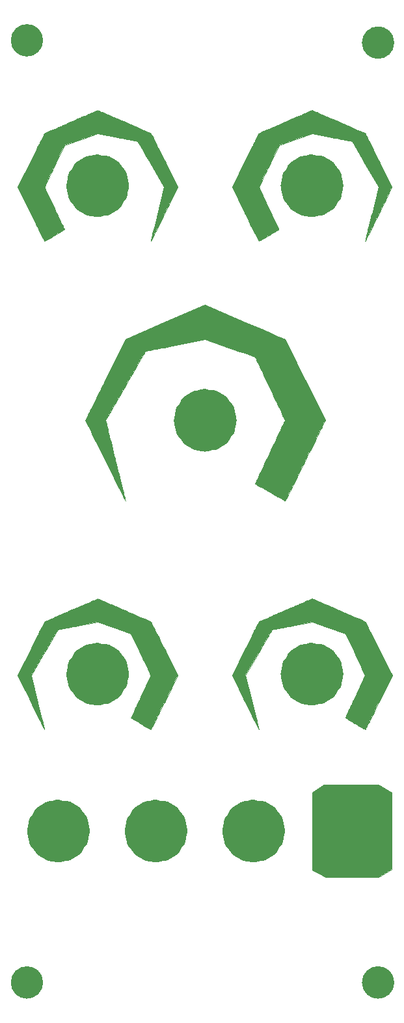
<source format=gts>
G04 #@! TF.GenerationSoftware,KiCad,Pcbnew,(6.0.9)*
G04 #@! TF.CreationDate,2022-12-13T22:51:58+01:00*
G04 #@! TF.ProjectId,filter-face,66696c74-6572-42d6-9661-63652e6b6963,rev?*
G04 #@! TF.SameCoordinates,Original*
G04 #@! TF.FileFunction,Soldermask,Top*
G04 #@! TF.FilePolarity,Negative*
%FSLAX46Y46*%
G04 Gerber Fmt 4.6, Leading zero omitted, Abs format (unit mm)*
G04 Created by KiCad (PCBNEW (6.0.9)) date 2022-12-13 22:51:58*
%MOMM*%
%LPD*%
G01*
G04 APERTURE LIST*
%ADD10C,4.104997*%
%ADD11C,2.100000*%
%ADD12C,0.010000*%
G04 APERTURE END LIST*
D10*
X38752498Y-105400000D02*
G75*
G03*
X38752498Y-105400000I-2052498J0D01*
G01*
X38752498Y-105400000D02*
G75*
G03*
X38752498Y-105400000I-2052498J0D01*
G01*
X38752498Y-41900000D02*
G75*
G03*
X38752498Y-41900000I-2052498J0D01*
G01*
X66652498Y-41900000D02*
G75*
G03*
X66652498Y-41900000I-2052498J0D01*
G01*
X52752498Y-72400000D02*
G75*
G03*
X52752498Y-72400000I-2052498J0D01*
G01*
X66652498Y-105400000D02*
G75*
G03*
X66652498Y-105400000I-2052498J0D01*
G01*
X59052498Y-125800000D02*
G75*
G03*
X59052498Y-125800000I-2052498J0D01*
G01*
X46352498Y-125800000D02*
G75*
G03*
X46352498Y-125800000I-2052498J0D01*
G01*
X33652498Y-125800000D02*
G75*
G03*
X33652498Y-125800000I-2052498J0D01*
G01*
D11*
X28550000Y-23000000D02*
G75*
G03*
X28550000Y-23000000I-1050000J0D01*
G01*
X74250000Y-23300000D02*
G75*
G03*
X74250000Y-23300000I-1050000J0D01*
G01*
X74250000Y-145500000D02*
G75*
G03*
X74250000Y-145500000I-1050000J0D01*
G01*
X28550000Y-145500000D02*
G75*
G03*
X28550000Y-145500000I-1050000J0D01*
G01*
G36*
X36709317Y-95592329D02*
G01*
X36749693Y-95608614D01*
X36825314Y-95640244D01*
X36933790Y-95686185D01*
X37072731Y-95745400D01*
X37239746Y-95816855D01*
X37432446Y-95899514D01*
X37648442Y-95992343D01*
X37885342Y-96094305D01*
X38140758Y-96204367D01*
X38412299Y-96321492D01*
X38697575Y-96444645D01*
X38994197Y-96572792D01*
X39299774Y-96704897D01*
X39611917Y-96839924D01*
X39928235Y-96976840D01*
X40246340Y-97114607D01*
X40563840Y-97252192D01*
X40878346Y-97388559D01*
X41187468Y-97522673D01*
X41488816Y-97653498D01*
X41780000Y-97780000D01*
X42058631Y-97901143D01*
X42322317Y-98015892D01*
X42568671Y-98123212D01*
X42795300Y-98222068D01*
X42999817Y-98311424D01*
X43179829Y-98390245D01*
X43332949Y-98457496D01*
X43456785Y-98512142D01*
X43548949Y-98553148D01*
X43607049Y-98579478D01*
X43628696Y-98590098D01*
X43635807Y-98602329D01*
X43661022Y-98650493D01*
X43703336Y-98733315D01*
X43761807Y-98848905D01*
X43835492Y-98995372D01*
X43923449Y-99170827D01*
X44024736Y-99373378D01*
X44138409Y-99601136D01*
X44263527Y-99852211D01*
X44399146Y-100124712D01*
X44544326Y-100416749D01*
X44698122Y-100726432D01*
X44859593Y-101051870D01*
X45027796Y-101391174D01*
X45201789Y-101742453D01*
X45380628Y-102103817D01*
X47107380Y-105594322D01*
X45376614Y-109094638D01*
X45372288Y-109103386D01*
X45149387Y-109553988D01*
X44944477Y-109967807D01*
X44756945Y-110346057D01*
X44586179Y-110689953D01*
X44431564Y-111000708D01*
X44292488Y-111279537D01*
X44168337Y-111527655D01*
X44058497Y-111746276D01*
X43962356Y-111936614D01*
X43879300Y-112099884D01*
X43808716Y-112237299D01*
X43749991Y-112350075D01*
X43702510Y-112439425D01*
X43665661Y-112506564D01*
X43638830Y-112552707D01*
X43621405Y-112579067D01*
X43612771Y-112586859D01*
X43608698Y-112585352D01*
X43572703Y-112567230D01*
X43505468Y-112530667D01*
X43410571Y-112477741D01*
X43291589Y-112410529D01*
X43152101Y-112331110D01*
X42995684Y-112241561D01*
X42825915Y-112143960D01*
X42646372Y-112040386D01*
X42460633Y-111932915D01*
X42272275Y-111823626D01*
X42084877Y-111714596D01*
X41902015Y-111607904D01*
X41727268Y-111505627D01*
X41564213Y-111409843D01*
X41416427Y-111322630D01*
X41287489Y-111246066D01*
X41180976Y-111182228D01*
X41100466Y-111133195D01*
X41049537Y-111101044D01*
X41031765Y-111087854D01*
X41038657Y-111071190D01*
X41062632Y-111018154D01*
X41102808Y-110930920D01*
X41158168Y-110811651D01*
X41227700Y-110662510D01*
X41310388Y-110485662D01*
X41405217Y-110283270D01*
X41511172Y-110057498D01*
X41627240Y-109810508D01*
X41752405Y-109544465D01*
X41885653Y-109261533D01*
X42025969Y-108963874D01*
X42172337Y-108653652D01*
X42323745Y-108333031D01*
X43615725Y-105598311D01*
X43577870Y-105514277D01*
X43570920Y-105499262D01*
X43546078Y-105446243D01*
X43504917Y-105358716D01*
X43448505Y-105238944D01*
X43377910Y-105089190D01*
X43294202Y-104911717D01*
X43198447Y-104708790D01*
X43091714Y-104482670D01*
X42975071Y-104235621D01*
X42849587Y-103969907D01*
X42716329Y-103687791D01*
X42576367Y-103391535D01*
X42430767Y-103083404D01*
X42280598Y-102765660D01*
X41021182Y-100101076D01*
X38859353Y-99353107D01*
X36697523Y-98605137D01*
X34107436Y-99103509D01*
X33793088Y-99164013D01*
X33479821Y-99224346D01*
X33180658Y-99282002D01*
X32898096Y-99336496D01*
X32634631Y-99387346D01*
X32392761Y-99434069D01*
X32174983Y-99476182D01*
X31983794Y-99513203D01*
X31821691Y-99544648D01*
X31691173Y-99570034D01*
X31594735Y-99588879D01*
X31534875Y-99600700D01*
X31514091Y-99605013D01*
X31506297Y-99618279D01*
X31478474Y-99666206D01*
X31431543Y-99747244D01*
X31366613Y-99859471D01*
X31284795Y-100000963D01*
X31187203Y-100169797D01*
X31074945Y-100364050D01*
X30949133Y-100581800D01*
X30810879Y-100821122D01*
X30661294Y-101080094D01*
X30501488Y-101356792D01*
X30332573Y-101649295D01*
X30155660Y-101955677D01*
X29971860Y-102274017D01*
X29782284Y-102602392D01*
X28053735Y-105596640D01*
X28914978Y-109079392D01*
X28926102Y-109124373D01*
X29018642Y-109498439D01*
X29108440Y-109861172D01*
X29194965Y-110210446D01*
X29277689Y-110544135D01*
X29356084Y-110860113D01*
X29429619Y-111156253D01*
X29497766Y-111430429D01*
X29559997Y-111680516D01*
X29615781Y-111904388D01*
X29664590Y-112099917D01*
X29705894Y-112264978D01*
X29739166Y-112397445D01*
X29763876Y-112495191D01*
X29779494Y-112556092D01*
X29785493Y-112578019D01*
X29787025Y-112581306D01*
X29776945Y-112593894D01*
X29774513Y-112591007D01*
X29755841Y-112558277D01*
X29720297Y-112491172D01*
X29669189Y-112392285D01*
X29603824Y-112264211D01*
X29525509Y-112109542D01*
X29435550Y-111930871D01*
X29335255Y-111730793D01*
X29225931Y-111511900D01*
X29108885Y-111276786D01*
X28985424Y-111028045D01*
X28856855Y-110768269D01*
X28831865Y-110717705D01*
X28675402Y-110401192D01*
X28506570Y-110059746D01*
X28328824Y-109700354D01*
X28145624Y-109330004D01*
X27960426Y-108955684D01*
X27776687Y-108584381D01*
X27597866Y-108223084D01*
X27427420Y-107878779D01*
X27268806Y-107558455D01*
X27125482Y-107269098D01*
X26296379Y-105595553D01*
X28023878Y-102104466D01*
X28157929Y-101833648D01*
X28333305Y-101479604D01*
X28503134Y-101137051D01*
X28666473Y-100807881D01*
X28822380Y-100493982D01*
X28969910Y-100197246D01*
X29108122Y-99919563D01*
X29236073Y-99662823D01*
X29352819Y-99428917D01*
X29457418Y-99219734D01*
X29548926Y-99037164D01*
X29626401Y-98883099D01*
X29688901Y-98759429D01*
X29735481Y-98668043D01*
X29765199Y-98610833D01*
X29777112Y-98589688D01*
X29783199Y-98586403D01*
X29823327Y-98567778D01*
X29898714Y-98533966D01*
X30006968Y-98486002D01*
X30145701Y-98424920D01*
X30312523Y-98351755D01*
X30505044Y-98267543D01*
X30720875Y-98173317D01*
X30957627Y-98070113D01*
X31212910Y-97958966D01*
X31484334Y-97840910D01*
X31769510Y-97716980D01*
X32066049Y-97588212D01*
X32371560Y-97455639D01*
X32683656Y-97320296D01*
X32999945Y-97183219D01*
X33318038Y-97045443D01*
X33635547Y-96908001D01*
X33950081Y-96771930D01*
X34259251Y-96638263D01*
X34560667Y-96508036D01*
X34851940Y-96382282D01*
X35130681Y-96262039D01*
X35394500Y-96148339D01*
X35641007Y-96042218D01*
X35867813Y-95944710D01*
X36072529Y-95856851D01*
X36252764Y-95779675D01*
X36406130Y-95714218D01*
X36530237Y-95661513D01*
X36622695Y-95622596D01*
X36681116Y-95598501D01*
X36703108Y-95590264D01*
X36709317Y-95592329D01*
G37*
D12*
X36709317Y-95592329D02*
X36749693Y-95608614D01*
X36825314Y-95640244D01*
X36933790Y-95686185D01*
X37072731Y-95745400D01*
X37239746Y-95816855D01*
X37432446Y-95899514D01*
X37648442Y-95992343D01*
X37885342Y-96094305D01*
X38140758Y-96204367D01*
X38412299Y-96321492D01*
X38697575Y-96444645D01*
X38994197Y-96572792D01*
X39299774Y-96704897D01*
X39611917Y-96839924D01*
X39928235Y-96976840D01*
X40246340Y-97114607D01*
X40563840Y-97252192D01*
X40878346Y-97388559D01*
X41187468Y-97522673D01*
X41488816Y-97653498D01*
X41780000Y-97780000D01*
X42058631Y-97901143D01*
X42322317Y-98015892D01*
X42568671Y-98123212D01*
X42795300Y-98222068D01*
X42999817Y-98311424D01*
X43179829Y-98390245D01*
X43332949Y-98457496D01*
X43456785Y-98512142D01*
X43548949Y-98553148D01*
X43607049Y-98579478D01*
X43628696Y-98590098D01*
X43635807Y-98602329D01*
X43661022Y-98650493D01*
X43703336Y-98733315D01*
X43761807Y-98848905D01*
X43835492Y-98995372D01*
X43923449Y-99170827D01*
X44024736Y-99373378D01*
X44138409Y-99601136D01*
X44263527Y-99852211D01*
X44399146Y-100124712D01*
X44544326Y-100416749D01*
X44698122Y-100726432D01*
X44859593Y-101051870D01*
X45027796Y-101391174D01*
X45201789Y-101742453D01*
X45380628Y-102103817D01*
X47107380Y-105594322D01*
X45376614Y-109094638D01*
X45372288Y-109103386D01*
X45149387Y-109553988D01*
X44944477Y-109967807D01*
X44756945Y-110346057D01*
X44586179Y-110689953D01*
X44431564Y-111000708D01*
X44292488Y-111279537D01*
X44168337Y-111527655D01*
X44058497Y-111746276D01*
X43962356Y-111936614D01*
X43879300Y-112099884D01*
X43808716Y-112237299D01*
X43749991Y-112350075D01*
X43702510Y-112439425D01*
X43665661Y-112506564D01*
X43638830Y-112552707D01*
X43621405Y-112579067D01*
X43612771Y-112586859D01*
X43608698Y-112585352D01*
X43572703Y-112567230D01*
X43505468Y-112530667D01*
X43410571Y-112477741D01*
X43291589Y-112410529D01*
X43152101Y-112331110D01*
X42995684Y-112241561D01*
X42825915Y-112143960D01*
X42646372Y-112040386D01*
X42460633Y-111932915D01*
X42272275Y-111823626D01*
X42084877Y-111714596D01*
X41902015Y-111607904D01*
X41727268Y-111505627D01*
X41564213Y-111409843D01*
X41416427Y-111322630D01*
X41287489Y-111246066D01*
X41180976Y-111182228D01*
X41100466Y-111133195D01*
X41049537Y-111101044D01*
X41031765Y-111087854D01*
X41038657Y-111071190D01*
X41062632Y-111018154D01*
X41102808Y-110930920D01*
X41158168Y-110811651D01*
X41227700Y-110662510D01*
X41310388Y-110485662D01*
X41405217Y-110283270D01*
X41511172Y-110057498D01*
X41627240Y-109810508D01*
X41752405Y-109544465D01*
X41885653Y-109261533D01*
X42025969Y-108963874D01*
X42172337Y-108653652D01*
X42323745Y-108333031D01*
X43615725Y-105598311D01*
X43577870Y-105514277D01*
X43570920Y-105499262D01*
X43546078Y-105446243D01*
X43504917Y-105358716D01*
X43448505Y-105238944D01*
X43377910Y-105089190D01*
X43294202Y-104911717D01*
X43198447Y-104708790D01*
X43091714Y-104482670D01*
X42975071Y-104235621D01*
X42849587Y-103969907D01*
X42716329Y-103687791D01*
X42576367Y-103391535D01*
X42430767Y-103083404D01*
X42280598Y-102765660D01*
X41021182Y-100101076D01*
X38859353Y-99353107D01*
X36697523Y-98605137D01*
X34107436Y-99103509D01*
X33793088Y-99164013D01*
X33479821Y-99224346D01*
X33180658Y-99282002D01*
X32898096Y-99336496D01*
X32634631Y-99387346D01*
X32392761Y-99434069D01*
X32174983Y-99476182D01*
X31983794Y-99513203D01*
X31821691Y-99544648D01*
X31691173Y-99570034D01*
X31594735Y-99588879D01*
X31534875Y-99600700D01*
X31514091Y-99605013D01*
X31506297Y-99618279D01*
X31478474Y-99666206D01*
X31431543Y-99747244D01*
X31366613Y-99859471D01*
X31284795Y-100000963D01*
X31187203Y-100169797D01*
X31074945Y-100364050D01*
X30949133Y-100581800D01*
X30810879Y-100821122D01*
X30661294Y-101080094D01*
X30501488Y-101356792D01*
X30332573Y-101649295D01*
X30155660Y-101955677D01*
X29971860Y-102274017D01*
X29782284Y-102602392D01*
X28053735Y-105596640D01*
X28914978Y-109079392D01*
X28926102Y-109124373D01*
X29018642Y-109498439D01*
X29108440Y-109861172D01*
X29194965Y-110210446D01*
X29277689Y-110544135D01*
X29356084Y-110860113D01*
X29429619Y-111156253D01*
X29497766Y-111430429D01*
X29559997Y-111680516D01*
X29615781Y-111904388D01*
X29664590Y-112099917D01*
X29705894Y-112264978D01*
X29739166Y-112397445D01*
X29763876Y-112495191D01*
X29779494Y-112556092D01*
X29785493Y-112578019D01*
X29787025Y-112581306D01*
X29776945Y-112593894D01*
X29774513Y-112591007D01*
X29755841Y-112558277D01*
X29720297Y-112491172D01*
X29669189Y-112392285D01*
X29603824Y-112264211D01*
X29525509Y-112109542D01*
X29435550Y-111930871D01*
X29335255Y-111730793D01*
X29225931Y-111511900D01*
X29108885Y-111276786D01*
X28985424Y-111028045D01*
X28856855Y-110768269D01*
X28831865Y-110717705D01*
X28675402Y-110401192D01*
X28506570Y-110059746D01*
X28328824Y-109700354D01*
X28145624Y-109330004D01*
X27960426Y-108955684D01*
X27776687Y-108584381D01*
X27597866Y-108223084D01*
X27427420Y-107878779D01*
X27268806Y-107558455D01*
X27125482Y-107269098D01*
X26296379Y-105595553D01*
X28023878Y-102104466D01*
X28157929Y-101833648D01*
X28333305Y-101479604D01*
X28503134Y-101137051D01*
X28666473Y-100807881D01*
X28822380Y-100493982D01*
X28969910Y-100197246D01*
X29108122Y-99919563D01*
X29236073Y-99662823D01*
X29352819Y-99428917D01*
X29457418Y-99219734D01*
X29548926Y-99037164D01*
X29626401Y-98883099D01*
X29688901Y-98759429D01*
X29735481Y-98668043D01*
X29765199Y-98610833D01*
X29777112Y-98589688D01*
X29783199Y-98586403D01*
X29823327Y-98567778D01*
X29898714Y-98533966D01*
X30006968Y-98486002D01*
X30145701Y-98424920D01*
X30312523Y-98351755D01*
X30505044Y-98267543D01*
X30720875Y-98173317D01*
X30957627Y-98070113D01*
X31212910Y-97958966D01*
X31484334Y-97840910D01*
X31769510Y-97716980D01*
X32066049Y-97588212D01*
X32371560Y-97455639D01*
X32683656Y-97320296D01*
X32999945Y-97183219D01*
X33318038Y-97045443D01*
X33635547Y-96908001D01*
X33950081Y-96771930D01*
X34259251Y-96638263D01*
X34560667Y-96508036D01*
X34851940Y-96382282D01*
X35130681Y-96262039D01*
X35394500Y-96148339D01*
X35641007Y-96042218D01*
X35867813Y-95944710D01*
X36072529Y-95856851D01*
X36252764Y-95779675D01*
X36406130Y-95714218D01*
X36530237Y-95661513D01*
X36622695Y-95622596D01*
X36681116Y-95598501D01*
X36703108Y-95590264D01*
X36709317Y-95592329D01*
G36*
X55905559Y-59625786D02*
G01*
X56352551Y-59819404D01*
X56789356Y-60008712D01*
X57214382Y-60193016D01*
X57626037Y-60371622D01*
X58022731Y-60543836D01*
X58402870Y-60708966D01*
X58764864Y-60866317D01*
X59107122Y-61015196D01*
X59428050Y-61154910D01*
X59726059Y-61284764D01*
X59999555Y-61404066D01*
X60246948Y-61512122D01*
X60466646Y-61608238D01*
X60657058Y-61691721D01*
X60816591Y-61761877D01*
X60943654Y-61818013D01*
X61036656Y-61859435D01*
X61094004Y-61885450D01*
X61114108Y-61895364D01*
X61114117Y-61895383D01*
X61123851Y-61915501D01*
X61151611Y-61972023D01*
X61196636Y-62063411D01*
X61258169Y-62188131D01*
X61335449Y-62344648D01*
X61427717Y-62531426D01*
X61534215Y-62746930D01*
X61654183Y-62989626D01*
X61786861Y-63257977D01*
X61931492Y-63550449D01*
X62087314Y-63865506D01*
X62253570Y-64201613D01*
X62429500Y-64557235D01*
X62614345Y-64930837D01*
X62807345Y-65320884D01*
X63007742Y-65725839D01*
X63214776Y-66144169D01*
X63427688Y-66574338D01*
X63645719Y-67014810D01*
X63710659Y-67145995D01*
X66301721Y-72380167D01*
X65999226Y-72998100D01*
X65942294Y-73114171D01*
X65870129Y-73260920D01*
X65783678Y-73436435D01*
X65683887Y-73638806D01*
X65571703Y-73866123D01*
X65448073Y-74116476D01*
X65313943Y-74387955D01*
X65170259Y-74678648D01*
X65017968Y-74986646D01*
X64858016Y-75310039D01*
X64691351Y-75646916D01*
X64518919Y-75995367D01*
X64341666Y-76353481D01*
X64160538Y-76719349D01*
X63976483Y-77091060D01*
X63790447Y-77466704D01*
X63603377Y-77844370D01*
X63416218Y-78222148D01*
X63229918Y-78598129D01*
X63045424Y-78970400D01*
X62863681Y-79337053D01*
X62685636Y-79696178D01*
X62512236Y-80045862D01*
X62344427Y-80384198D01*
X62183156Y-80709273D01*
X62029370Y-81019178D01*
X61884014Y-81312003D01*
X61748037Y-81585837D01*
X61622383Y-81838770D01*
X61508000Y-82068891D01*
X61405834Y-82274291D01*
X61316832Y-82453060D01*
X61241940Y-82603285D01*
X61182105Y-82723059D01*
X61138274Y-82810469D01*
X61111392Y-82863607D01*
X61102443Y-82880584D01*
X61083346Y-82871539D01*
X61030471Y-82843040D01*
X60946729Y-82796750D01*
X60835030Y-82734333D01*
X60698286Y-82657452D01*
X60539408Y-82567771D01*
X60361308Y-82466952D01*
X60166897Y-82356658D01*
X59959087Y-82238554D01*
X59740788Y-82114303D01*
X59514912Y-81985567D01*
X59284371Y-81854010D01*
X59052076Y-81721295D01*
X58820937Y-81589086D01*
X58593867Y-81459045D01*
X58373776Y-81332837D01*
X58163577Y-81212124D01*
X57966180Y-81098569D01*
X57784496Y-80993837D01*
X57621438Y-80899590D01*
X57479916Y-80817491D01*
X57362842Y-80749204D01*
X57273127Y-80696392D01*
X57213682Y-80660719D01*
X57187585Y-80643977D01*
X57195985Y-80624735D01*
X57221656Y-80568969D01*
X57263776Y-80478426D01*
X57321522Y-80354853D01*
X57394073Y-80199999D01*
X57480606Y-80015610D01*
X57580298Y-79803433D01*
X57692327Y-79565218D01*
X57815870Y-79302709D01*
X57950106Y-79017657D01*
X58094212Y-78711806D01*
X58247365Y-78386906D01*
X58408743Y-78044704D01*
X58577523Y-77686946D01*
X58752884Y-77315381D01*
X58934002Y-76931755D01*
X59120056Y-76537817D01*
X59130484Y-76515741D01*
X59320862Y-76112466D01*
X59505611Y-75720601D01*
X59683944Y-75341836D01*
X59855074Y-74977859D01*
X60018215Y-74630358D01*
X60172581Y-74301022D01*
X60317383Y-73991540D01*
X60451836Y-73703598D01*
X60575154Y-73438888D01*
X60686548Y-73199095D01*
X60785233Y-72985910D01*
X60870423Y-72801021D01*
X60941329Y-72646116D01*
X60997166Y-72522883D01*
X61037147Y-72433011D01*
X61060485Y-72378189D01*
X61066613Y-72360222D01*
X61056950Y-72339361D01*
X61030235Y-72282381D01*
X60987479Y-72191424D01*
X60929694Y-72068631D01*
X60857889Y-71916146D01*
X60773076Y-71736110D01*
X60676266Y-71530667D01*
X60568468Y-71301958D01*
X60450695Y-71052126D01*
X60323956Y-70783314D01*
X60189263Y-70497663D01*
X60047625Y-70197316D01*
X59900055Y-69884416D01*
X59747563Y-69561105D01*
X59591160Y-69229525D01*
X59431855Y-68891819D01*
X59270661Y-68550129D01*
X59108588Y-68206598D01*
X58946646Y-67863367D01*
X58785847Y-67522580D01*
X58627201Y-67186379D01*
X58471719Y-66856905D01*
X58320412Y-66536302D01*
X58174291Y-66226712D01*
X58034366Y-65930277D01*
X57901648Y-65649140D01*
X57777147Y-65385443D01*
X57661876Y-65141328D01*
X57556844Y-64918939D01*
X57463062Y-64720416D01*
X57381541Y-64547903D01*
X57313292Y-64403543D01*
X57259325Y-64289476D01*
X57220652Y-64207847D01*
X57198283Y-64160797D01*
X57192827Y-64149513D01*
X57172847Y-64142151D01*
X57114969Y-64121671D01*
X57021297Y-64088807D01*
X56893937Y-64044290D01*
X56734994Y-63988852D01*
X56546573Y-63923225D01*
X56330780Y-63848141D01*
X56089721Y-63764332D01*
X55825499Y-63672530D01*
X55540221Y-63573467D01*
X55235992Y-63467875D01*
X54914917Y-63356486D01*
X54579102Y-63240032D01*
X54230651Y-63119245D01*
X53945829Y-63020549D01*
X50701780Y-61896604D01*
X46818280Y-62644039D01*
X46419499Y-62720833D01*
X46031844Y-62795568D01*
X45657363Y-62867846D01*
X45298103Y-62937268D01*
X44956111Y-63003438D01*
X44633433Y-63065955D01*
X44332118Y-63124422D01*
X44054211Y-63178441D01*
X43801759Y-63227614D01*
X43576811Y-63271541D01*
X43381412Y-63309826D01*
X43217610Y-63342070D01*
X43087452Y-63367874D01*
X42992984Y-63386841D01*
X42936254Y-63398572D01*
X42919183Y-63402586D01*
X42907080Y-63421839D01*
X42874976Y-63475847D01*
X42823979Y-63562693D01*
X42755194Y-63680460D01*
X42669727Y-63827231D01*
X42568686Y-64001088D01*
X42453174Y-64200116D01*
X42324300Y-64422395D01*
X42183169Y-64666011D01*
X42030888Y-64929045D01*
X41868561Y-65209580D01*
X41697296Y-65505699D01*
X41518199Y-65815485D01*
X41332376Y-66137022D01*
X41140932Y-66468391D01*
X40944975Y-66807676D01*
X40745610Y-67152960D01*
X40543943Y-67502325D01*
X40341081Y-67853855D01*
X40138130Y-68205632D01*
X39936195Y-68555740D01*
X39736383Y-68902260D01*
X39539801Y-69243277D01*
X39347553Y-69576873D01*
X39160748Y-69901131D01*
X38980489Y-70214133D01*
X38807885Y-70513964D01*
X38644040Y-70798704D01*
X38490061Y-71066439D01*
X38347055Y-71315250D01*
X38216127Y-71543220D01*
X38098383Y-71748432D01*
X37994929Y-71928969D01*
X37906873Y-72082914D01*
X37835319Y-72208351D01*
X37781375Y-72303361D01*
X37746145Y-72366028D01*
X37730737Y-72394434D01*
X37730111Y-72395947D01*
X37735127Y-72417862D01*
X37749891Y-72479137D01*
X37773974Y-72578036D01*
X37806949Y-72712828D01*
X37848390Y-72881778D01*
X37897869Y-73083153D01*
X37954958Y-73315219D01*
X38019230Y-73576243D01*
X38090258Y-73864492D01*
X38167614Y-74178231D01*
X38250871Y-74515727D01*
X38339601Y-74875248D01*
X38433378Y-75255058D01*
X38531774Y-75653425D01*
X38634362Y-76068616D01*
X38740713Y-76498896D01*
X38850402Y-76942532D01*
X38963000Y-77397791D01*
X39022250Y-77637295D01*
X39136157Y-78097874D01*
X39247330Y-78547728D01*
X39355341Y-78985125D01*
X39459767Y-79408330D01*
X39560181Y-79815612D01*
X39656159Y-80205235D01*
X39747275Y-80575467D01*
X39833104Y-80924574D01*
X39913221Y-81250823D01*
X39987201Y-81552481D01*
X40054618Y-81827813D01*
X40115047Y-82075087D01*
X40168062Y-82292570D01*
X40213239Y-82478527D01*
X40250153Y-82631226D01*
X40278377Y-82748933D01*
X40297487Y-82829914D01*
X40307058Y-82872436D01*
X40308125Y-82878770D01*
X40298338Y-82861648D01*
X40270553Y-82808096D01*
X40225528Y-82719636D01*
X40164020Y-82597788D01*
X40086786Y-82444074D01*
X39994584Y-82260017D01*
X39888172Y-82047137D01*
X39768306Y-81806956D01*
X39635745Y-81540996D01*
X39491245Y-81250779D01*
X39335565Y-80937825D01*
X39169461Y-80603657D01*
X38993692Y-80249795D01*
X38809014Y-79877763D01*
X38616186Y-79489080D01*
X38415964Y-79085269D01*
X38209107Y-78667852D01*
X37996371Y-78238349D01*
X37778514Y-77798283D01*
X37708945Y-77657708D01*
X37489477Y-77214149D01*
X37274912Y-76780383D01*
X37066007Y-76357948D01*
X36863521Y-75948383D01*
X36668213Y-75553224D01*
X36480842Y-75174010D01*
X36302165Y-74812279D01*
X36132943Y-74469569D01*
X35973932Y-74147416D01*
X35825893Y-73847360D01*
X35689584Y-73570937D01*
X35565763Y-73319687D01*
X35455189Y-73095145D01*
X35358620Y-72898851D01*
X35276816Y-72732343D01*
X35210536Y-72597157D01*
X35160536Y-72494832D01*
X35127578Y-72426906D01*
X35112418Y-72394916D01*
X35111454Y-72392554D01*
X35120341Y-72371681D01*
X35147280Y-72314418D01*
X35191515Y-72222302D01*
X35252290Y-72096869D01*
X35328850Y-71939654D01*
X35420439Y-71752195D01*
X35526301Y-71536028D01*
X35645680Y-71292689D01*
X35777821Y-71023714D01*
X35921968Y-70730640D01*
X36077364Y-70415003D01*
X36243256Y-70078340D01*
X36418886Y-69722185D01*
X36603498Y-69348077D01*
X36796338Y-68957551D01*
X36996649Y-68552143D01*
X37203676Y-68133390D01*
X37416663Y-67702828D01*
X37634854Y-67261994D01*
X37704371Y-67121594D01*
X40301861Y-61875989D01*
X45502171Y-59624309D01*
X50702480Y-57372628D01*
X55905559Y-59625786D01*
G37*
X55905559Y-59625786D02*
X56352551Y-59819404D01*
X56789356Y-60008712D01*
X57214382Y-60193016D01*
X57626037Y-60371622D01*
X58022731Y-60543836D01*
X58402870Y-60708966D01*
X58764864Y-60866317D01*
X59107122Y-61015196D01*
X59428050Y-61154910D01*
X59726059Y-61284764D01*
X59999555Y-61404066D01*
X60246948Y-61512122D01*
X60466646Y-61608238D01*
X60657058Y-61691721D01*
X60816591Y-61761877D01*
X60943654Y-61818013D01*
X61036656Y-61859435D01*
X61094004Y-61885450D01*
X61114108Y-61895364D01*
X61114117Y-61895383D01*
X61123851Y-61915501D01*
X61151611Y-61972023D01*
X61196636Y-62063411D01*
X61258169Y-62188131D01*
X61335449Y-62344648D01*
X61427717Y-62531426D01*
X61534215Y-62746930D01*
X61654183Y-62989626D01*
X61786861Y-63257977D01*
X61931492Y-63550449D01*
X62087314Y-63865506D01*
X62253570Y-64201613D01*
X62429500Y-64557235D01*
X62614345Y-64930837D01*
X62807345Y-65320884D01*
X63007742Y-65725839D01*
X63214776Y-66144169D01*
X63427688Y-66574338D01*
X63645719Y-67014810D01*
X63710659Y-67145995D01*
X66301721Y-72380167D01*
X65999226Y-72998100D01*
X65942294Y-73114171D01*
X65870129Y-73260920D01*
X65783678Y-73436435D01*
X65683887Y-73638806D01*
X65571703Y-73866123D01*
X65448073Y-74116476D01*
X65313943Y-74387955D01*
X65170259Y-74678648D01*
X65017968Y-74986646D01*
X64858016Y-75310039D01*
X64691351Y-75646916D01*
X64518919Y-75995367D01*
X64341666Y-76353481D01*
X64160538Y-76719349D01*
X63976483Y-77091060D01*
X63790447Y-77466704D01*
X63603377Y-77844370D01*
X63416218Y-78222148D01*
X63229918Y-78598129D01*
X63045424Y-78970400D01*
X62863681Y-79337053D01*
X62685636Y-79696178D01*
X62512236Y-80045862D01*
X62344427Y-80384198D01*
X62183156Y-80709273D01*
X62029370Y-81019178D01*
X61884014Y-81312003D01*
X61748037Y-81585837D01*
X61622383Y-81838770D01*
X61508000Y-82068891D01*
X61405834Y-82274291D01*
X61316832Y-82453060D01*
X61241940Y-82603285D01*
X61182105Y-82723059D01*
X61138274Y-82810469D01*
X61111392Y-82863607D01*
X61102443Y-82880584D01*
X61083346Y-82871539D01*
X61030471Y-82843040D01*
X60946729Y-82796750D01*
X60835030Y-82734333D01*
X60698286Y-82657452D01*
X60539408Y-82567771D01*
X60361308Y-82466952D01*
X60166897Y-82356658D01*
X59959087Y-82238554D01*
X59740788Y-82114303D01*
X59514912Y-81985567D01*
X59284371Y-81854010D01*
X59052076Y-81721295D01*
X58820937Y-81589086D01*
X58593867Y-81459045D01*
X58373776Y-81332837D01*
X58163577Y-81212124D01*
X57966180Y-81098569D01*
X57784496Y-80993837D01*
X57621438Y-80899590D01*
X57479916Y-80817491D01*
X57362842Y-80749204D01*
X57273127Y-80696392D01*
X57213682Y-80660719D01*
X57187585Y-80643977D01*
X57195985Y-80624735D01*
X57221656Y-80568969D01*
X57263776Y-80478426D01*
X57321522Y-80354853D01*
X57394073Y-80199999D01*
X57480606Y-80015610D01*
X57580298Y-79803433D01*
X57692327Y-79565218D01*
X57815870Y-79302709D01*
X57950106Y-79017657D01*
X58094212Y-78711806D01*
X58247365Y-78386906D01*
X58408743Y-78044704D01*
X58577523Y-77686946D01*
X58752884Y-77315381D01*
X58934002Y-76931755D01*
X59120056Y-76537817D01*
X59130484Y-76515741D01*
X59320862Y-76112466D01*
X59505611Y-75720601D01*
X59683944Y-75341836D01*
X59855074Y-74977859D01*
X60018215Y-74630358D01*
X60172581Y-74301022D01*
X60317383Y-73991540D01*
X60451836Y-73703598D01*
X60575154Y-73438888D01*
X60686548Y-73199095D01*
X60785233Y-72985910D01*
X60870423Y-72801021D01*
X60941329Y-72646116D01*
X60997166Y-72522883D01*
X61037147Y-72433011D01*
X61060485Y-72378189D01*
X61066613Y-72360222D01*
X61056950Y-72339361D01*
X61030235Y-72282381D01*
X60987479Y-72191424D01*
X60929694Y-72068631D01*
X60857889Y-71916146D01*
X60773076Y-71736110D01*
X60676266Y-71530667D01*
X60568468Y-71301958D01*
X60450695Y-71052126D01*
X60323956Y-70783314D01*
X60189263Y-70497663D01*
X60047625Y-70197316D01*
X59900055Y-69884416D01*
X59747563Y-69561105D01*
X59591160Y-69229525D01*
X59431855Y-68891819D01*
X59270661Y-68550129D01*
X59108588Y-68206598D01*
X58946646Y-67863367D01*
X58785847Y-67522580D01*
X58627201Y-67186379D01*
X58471719Y-66856905D01*
X58320412Y-66536302D01*
X58174291Y-66226712D01*
X58034366Y-65930277D01*
X57901648Y-65649140D01*
X57777147Y-65385443D01*
X57661876Y-65141328D01*
X57556844Y-64918939D01*
X57463062Y-64720416D01*
X57381541Y-64547903D01*
X57313292Y-64403543D01*
X57259325Y-64289476D01*
X57220652Y-64207847D01*
X57198283Y-64160797D01*
X57192827Y-64149513D01*
X57172847Y-64142151D01*
X57114969Y-64121671D01*
X57021297Y-64088807D01*
X56893937Y-64044290D01*
X56734994Y-63988852D01*
X56546573Y-63923225D01*
X56330780Y-63848141D01*
X56089721Y-63764332D01*
X55825499Y-63672530D01*
X55540221Y-63573467D01*
X55235992Y-63467875D01*
X54914917Y-63356486D01*
X54579102Y-63240032D01*
X54230651Y-63119245D01*
X53945829Y-63020549D01*
X50701780Y-61896604D01*
X46818280Y-62644039D01*
X46419499Y-62720833D01*
X46031844Y-62795568D01*
X45657363Y-62867846D01*
X45298103Y-62937268D01*
X44956111Y-63003438D01*
X44633433Y-63065955D01*
X44332118Y-63124422D01*
X44054211Y-63178441D01*
X43801759Y-63227614D01*
X43576811Y-63271541D01*
X43381412Y-63309826D01*
X43217610Y-63342070D01*
X43087452Y-63367874D01*
X42992984Y-63386841D01*
X42936254Y-63398572D01*
X42919183Y-63402586D01*
X42907080Y-63421839D01*
X42874976Y-63475847D01*
X42823979Y-63562693D01*
X42755194Y-63680460D01*
X42669727Y-63827231D01*
X42568686Y-64001088D01*
X42453174Y-64200116D01*
X42324300Y-64422395D01*
X42183169Y-64666011D01*
X42030888Y-64929045D01*
X41868561Y-65209580D01*
X41697296Y-65505699D01*
X41518199Y-65815485D01*
X41332376Y-66137022D01*
X41140932Y-66468391D01*
X40944975Y-66807676D01*
X40745610Y-67152960D01*
X40543943Y-67502325D01*
X40341081Y-67853855D01*
X40138130Y-68205632D01*
X39936195Y-68555740D01*
X39736383Y-68902260D01*
X39539801Y-69243277D01*
X39347553Y-69576873D01*
X39160748Y-69901131D01*
X38980489Y-70214133D01*
X38807885Y-70513964D01*
X38644040Y-70798704D01*
X38490061Y-71066439D01*
X38347055Y-71315250D01*
X38216127Y-71543220D01*
X38098383Y-71748432D01*
X37994929Y-71928969D01*
X37906873Y-72082914D01*
X37835319Y-72208351D01*
X37781375Y-72303361D01*
X37746145Y-72366028D01*
X37730737Y-72394434D01*
X37730111Y-72395947D01*
X37735127Y-72417862D01*
X37749891Y-72479137D01*
X37773974Y-72578036D01*
X37806949Y-72712828D01*
X37848390Y-72881778D01*
X37897869Y-73083153D01*
X37954958Y-73315219D01*
X38019230Y-73576243D01*
X38090258Y-73864492D01*
X38167614Y-74178231D01*
X38250871Y-74515727D01*
X38339601Y-74875248D01*
X38433378Y-75255058D01*
X38531774Y-75653425D01*
X38634362Y-76068616D01*
X38740713Y-76498896D01*
X38850402Y-76942532D01*
X38963000Y-77397791D01*
X39022250Y-77637295D01*
X39136157Y-78097874D01*
X39247330Y-78547728D01*
X39355341Y-78985125D01*
X39459767Y-79408330D01*
X39560181Y-79815612D01*
X39656159Y-80205235D01*
X39747275Y-80575467D01*
X39833104Y-80924574D01*
X39913221Y-81250823D01*
X39987201Y-81552481D01*
X40054618Y-81827813D01*
X40115047Y-82075087D01*
X40168062Y-82292570D01*
X40213239Y-82478527D01*
X40250153Y-82631226D01*
X40278377Y-82748933D01*
X40297487Y-82829914D01*
X40307058Y-82872436D01*
X40308125Y-82878770D01*
X40298338Y-82861648D01*
X40270553Y-82808096D01*
X40225528Y-82719636D01*
X40164020Y-82597788D01*
X40086786Y-82444074D01*
X39994584Y-82260017D01*
X39888172Y-82047137D01*
X39768306Y-81806956D01*
X39635745Y-81540996D01*
X39491245Y-81250779D01*
X39335565Y-80937825D01*
X39169461Y-80603657D01*
X38993692Y-80249795D01*
X38809014Y-79877763D01*
X38616186Y-79489080D01*
X38415964Y-79085269D01*
X38209107Y-78667852D01*
X37996371Y-78238349D01*
X37778514Y-77798283D01*
X37708945Y-77657708D01*
X37489477Y-77214149D01*
X37274912Y-76780383D01*
X37066007Y-76357948D01*
X36863521Y-75948383D01*
X36668213Y-75553224D01*
X36480842Y-75174010D01*
X36302165Y-74812279D01*
X36132943Y-74469569D01*
X35973932Y-74147416D01*
X35825893Y-73847360D01*
X35689584Y-73570937D01*
X35565763Y-73319687D01*
X35455189Y-73095145D01*
X35358620Y-72898851D01*
X35276816Y-72732343D01*
X35210536Y-72597157D01*
X35160536Y-72494832D01*
X35127578Y-72426906D01*
X35112418Y-72394916D01*
X35111454Y-72392554D01*
X35120341Y-72371681D01*
X35147280Y-72314418D01*
X35191515Y-72222302D01*
X35252290Y-72096869D01*
X35328850Y-71939654D01*
X35420439Y-71752195D01*
X35526301Y-71536028D01*
X35645680Y-71292689D01*
X35777821Y-71023714D01*
X35921968Y-70730640D01*
X36077364Y-70415003D01*
X36243256Y-70078340D01*
X36418886Y-69722185D01*
X36603498Y-69348077D01*
X36796338Y-68957551D01*
X36996649Y-68552143D01*
X37203676Y-68133390D01*
X37416663Y-67702828D01*
X37634854Y-67261994D01*
X37704371Y-67121594D01*
X40301861Y-61875989D01*
X45502171Y-59624309D01*
X50702480Y-57372628D01*
X55905559Y-59625786D01*
G36*
X64609317Y-95592329D02*
G01*
X64649693Y-95608614D01*
X64725314Y-95640244D01*
X64833790Y-95686185D01*
X64972731Y-95745400D01*
X65139746Y-95816855D01*
X65332446Y-95899514D01*
X65548442Y-95992343D01*
X65785342Y-96094305D01*
X66040758Y-96204367D01*
X66312299Y-96321492D01*
X66597575Y-96444645D01*
X66894197Y-96572792D01*
X67199774Y-96704897D01*
X67511917Y-96839924D01*
X67828235Y-96976840D01*
X68146340Y-97114607D01*
X68463840Y-97252192D01*
X68778346Y-97388559D01*
X69087468Y-97522673D01*
X69388816Y-97653498D01*
X69680000Y-97780000D01*
X69958631Y-97901143D01*
X70222317Y-98015892D01*
X70468671Y-98123212D01*
X70695300Y-98222068D01*
X70899817Y-98311424D01*
X71079829Y-98390245D01*
X71232949Y-98457496D01*
X71356785Y-98512142D01*
X71448949Y-98553148D01*
X71507049Y-98579478D01*
X71528696Y-98590098D01*
X71535807Y-98602329D01*
X71561022Y-98650493D01*
X71603336Y-98733315D01*
X71661807Y-98848905D01*
X71735492Y-98995372D01*
X71823449Y-99170827D01*
X71924736Y-99373378D01*
X72038409Y-99601136D01*
X72163527Y-99852211D01*
X72299146Y-100124712D01*
X72444326Y-100416749D01*
X72598122Y-100726432D01*
X72759593Y-101051870D01*
X72927796Y-101391174D01*
X73101789Y-101742453D01*
X73280628Y-102103817D01*
X75007380Y-105594322D01*
X73276614Y-109094638D01*
X73272288Y-109103386D01*
X73049387Y-109553988D01*
X72844477Y-109967807D01*
X72656945Y-110346057D01*
X72486179Y-110689953D01*
X72331564Y-111000708D01*
X72192488Y-111279537D01*
X72068337Y-111527655D01*
X71958497Y-111746276D01*
X71862356Y-111936614D01*
X71779300Y-112099884D01*
X71708716Y-112237299D01*
X71649991Y-112350075D01*
X71602510Y-112439425D01*
X71565661Y-112506564D01*
X71538830Y-112552707D01*
X71521405Y-112579067D01*
X71512771Y-112586859D01*
X71508698Y-112585352D01*
X71472703Y-112567230D01*
X71405468Y-112530667D01*
X71310571Y-112477741D01*
X71191589Y-112410529D01*
X71052101Y-112331110D01*
X70895684Y-112241561D01*
X70725915Y-112143960D01*
X70546372Y-112040386D01*
X70360633Y-111932915D01*
X70172275Y-111823626D01*
X69984877Y-111714596D01*
X69802015Y-111607904D01*
X69627268Y-111505627D01*
X69464213Y-111409843D01*
X69316427Y-111322630D01*
X69187489Y-111246066D01*
X69080976Y-111182228D01*
X69000466Y-111133195D01*
X68949537Y-111101044D01*
X68931765Y-111087854D01*
X68938657Y-111071190D01*
X68962632Y-111018154D01*
X69002808Y-110930920D01*
X69058168Y-110811651D01*
X69127700Y-110662510D01*
X69210388Y-110485662D01*
X69305217Y-110283270D01*
X69411172Y-110057498D01*
X69527240Y-109810508D01*
X69652405Y-109544465D01*
X69785653Y-109261533D01*
X69925969Y-108963874D01*
X70072337Y-108653652D01*
X70223745Y-108333031D01*
X71515725Y-105598311D01*
X71477870Y-105514277D01*
X71470920Y-105499262D01*
X71446078Y-105446243D01*
X71404917Y-105358716D01*
X71348505Y-105238944D01*
X71277910Y-105089190D01*
X71194202Y-104911717D01*
X71098447Y-104708790D01*
X70991714Y-104482670D01*
X70875071Y-104235621D01*
X70749587Y-103969907D01*
X70616329Y-103687791D01*
X70476367Y-103391535D01*
X70330767Y-103083404D01*
X70180598Y-102765660D01*
X68921182Y-100101076D01*
X66759353Y-99353107D01*
X64597523Y-98605137D01*
X62007436Y-99103509D01*
X61693088Y-99164013D01*
X61379821Y-99224346D01*
X61080658Y-99282002D01*
X60798096Y-99336496D01*
X60534631Y-99387346D01*
X60292761Y-99434069D01*
X60074983Y-99476182D01*
X59883794Y-99513203D01*
X59721691Y-99544648D01*
X59591173Y-99570034D01*
X59494735Y-99588879D01*
X59434875Y-99600700D01*
X59414091Y-99605013D01*
X59406297Y-99618279D01*
X59378474Y-99666206D01*
X59331543Y-99747244D01*
X59266613Y-99859471D01*
X59184795Y-100000963D01*
X59087203Y-100169797D01*
X58974945Y-100364050D01*
X58849133Y-100581800D01*
X58710879Y-100821122D01*
X58561294Y-101080094D01*
X58401488Y-101356792D01*
X58232573Y-101649295D01*
X58055660Y-101955677D01*
X57871860Y-102274017D01*
X57682284Y-102602392D01*
X55953735Y-105596640D01*
X56814978Y-109079392D01*
X56826102Y-109124373D01*
X56918642Y-109498439D01*
X57008440Y-109861172D01*
X57094965Y-110210446D01*
X57177689Y-110544135D01*
X57256084Y-110860113D01*
X57329619Y-111156253D01*
X57397766Y-111430429D01*
X57459997Y-111680516D01*
X57515781Y-111904388D01*
X57564590Y-112099917D01*
X57605894Y-112264978D01*
X57639166Y-112397445D01*
X57663876Y-112495191D01*
X57679494Y-112556092D01*
X57685493Y-112578019D01*
X57687025Y-112581306D01*
X57676945Y-112593894D01*
X57674513Y-112591007D01*
X57655841Y-112558277D01*
X57620297Y-112491172D01*
X57569189Y-112392285D01*
X57503824Y-112264211D01*
X57425509Y-112109542D01*
X57335550Y-111930871D01*
X57235255Y-111730793D01*
X57125931Y-111511900D01*
X57008885Y-111276786D01*
X56885424Y-111028045D01*
X56756855Y-110768269D01*
X56731865Y-110717705D01*
X56575402Y-110401192D01*
X56406570Y-110059746D01*
X56228824Y-109700354D01*
X56045624Y-109330004D01*
X55860426Y-108955684D01*
X55676687Y-108584381D01*
X55497866Y-108223084D01*
X55327420Y-107878779D01*
X55168806Y-107558455D01*
X55025482Y-107269098D01*
X54196379Y-105595553D01*
X55923878Y-102104466D01*
X56057929Y-101833648D01*
X56233305Y-101479604D01*
X56403134Y-101137051D01*
X56566473Y-100807881D01*
X56722380Y-100493982D01*
X56869910Y-100197246D01*
X57008122Y-99919563D01*
X57136073Y-99662823D01*
X57252819Y-99428917D01*
X57357418Y-99219734D01*
X57448926Y-99037164D01*
X57526401Y-98883099D01*
X57588901Y-98759429D01*
X57635481Y-98668043D01*
X57665199Y-98610833D01*
X57677112Y-98589688D01*
X57683199Y-98586403D01*
X57723327Y-98567778D01*
X57798714Y-98533966D01*
X57906968Y-98486002D01*
X58045701Y-98424920D01*
X58212523Y-98351755D01*
X58405044Y-98267543D01*
X58620875Y-98173317D01*
X58857627Y-98070113D01*
X59112910Y-97958966D01*
X59384334Y-97840910D01*
X59669510Y-97716980D01*
X59966049Y-97588212D01*
X60271560Y-97455639D01*
X60583656Y-97320296D01*
X60899945Y-97183219D01*
X61218038Y-97045443D01*
X61535547Y-96908001D01*
X61850081Y-96771930D01*
X62159251Y-96638263D01*
X62460667Y-96508036D01*
X62751940Y-96382282D01*
X63030681Y-96262039D01*
X63294500Y-96148339D01*
X63541007Y-96042218D01*
X63767813Y-95944710D01*
X63972529Y-95856851D01*
X64152764Y-95779675D01*
X64306130Y-95714218D01*
X64430237Y-95661513D01*
X64522695Y-95622596D01*
X64581116Y-95598501D01*
X64603108Y-95590264D01*
X64609317Y-95592329D01*
G37*
X64609317Y-95592329D02*
X64649693Y-95608614D01*
X64725314Y-95640244D01*
X64833790Y-95686185D01*
X64972731Y-95745400D01*
X65139746Y-95816855D01*
X65332446Y-95899514D01*
X65548442Y-95992343D01*
X65785342Y-96094305D01*
X66040758Y-96204367D01*
X66312299Y-96321492D01*
X66597575Y-96444645D01*
X66894197Y-96572792D01*
X67199774Y-96704897D01*
X67511917Y-96839924D01*
X67828235Y-96976840D01*
X68146340Y-97114607D01*
X68463840Y-97252192D01*
X68778346Y-97388559D01*
X69087468Y-97522673D01*
X69388816Y-97653498D01*
X69680000Y-97780000D01*
X69958631Y-97901143D01*
X70222317Y-98015892D01*
X70468671Y-98123212D01*
X70695300Y-98222068D01*
X70899817Y-98311424D01*
X71079829Y-98390245D01*
X71232949Y-98457496D01*
X71356785Y-98512142D01*
X71448949Y-98553148D01*
X71507049Y-98579478D01*
X71528696Y-98590098D01*
X71535807Y-98602329D01*
X71561022Y-98650493D01*
X71603336Y-98733315D01*
X71661807Y-98848905D01*
X71735492Y-98995372D01*
X71823449Y-99170827D01*
X71924736Y-99373378D01*
X72038409Y-99601136D01*
X72163527Y-99852211D01*
X72299146Y-100124712D01*
X72444326Y-100416749D01*
X72598122Y-100726432D01*
X72759593Y-101051870D01*
X72927796Y-101391174D01*
X73101789Y-101742453D01*
X73280628Y-102103817D01*
X75007380Y-105594322D01*
X73276614Y-109094638D01*
X73272288Y-109103386D01*
X73049387Y-109553988D01*
X72844477Y-109967807D01*
X72656945Y-110346057D01*
X72486179Y-110689953D01*
X72331564Y-111000708D01*
X72192488Y-111279537D01*
X72068337Y-111527655D01*
X71958497Y-111746276D01*
X71862356Y-111936614D01*
X71779300Y-112099884D01*
X71708716Y-112237299D01*
X71649991Y-112350075D01*
X71602510Y-112439425D01*
X71565661Y-112506564D01*
X71538830Y-112552707D01*
X71521405Y-112579067D01*
X71512771Y-112586859D01*
X71508698Y-112585352D01*
X71472703Y-112567230D01*
X71405468Y-112530667D01*
X71310571Y-112477741D01*
X71191589Y-112410529D01*
X71052101Y-112331110D01*
X70895684Y-112241561D01*
X70725915Y-112143960D01*
X70546372Y-112040386D01*
X70360633Y-111932915D01*
X70172275Y-111823626D01*
X69984877Y-111714596D01*
X69802015Y-111607904D01*
X69627268Y-111505627D01*
X69464213Y-111409843D01*
X69316427Y-111322630D01*
X69187489Y-111246066D01*
X69080976Y-111182228D01*
X69000466Y-111133195D01*
X68949537Y-111101044D01*
X68931765Y-111087854D01*
X68938657Y-111071190D01*
X68962632Y-111018154D01*
X69002808Y-110930920D01*
X69058168Y-110811651D01*
X69127700Y-110662510D01*
X69210388Y-110485662D01*
X69305217Y-110283270D01*
X69411172Y-110057498D01*
X69527240Y-109810508D01*
X69652405Y-109544465D01*
X69785653Y-109261533D01*
X69925969Y-108963874D01*
X70072337Y-108653652D01*
X70223745Y-108333031D01*
X71515725Y-105598311D01*
X71477870Y-105514277D01*
X71470920Y-105499262D01*
X71446078Y-105446243D01*
X71404917Y-105358716D01*
X71348505Y-105238944D01*
X71277910Y-105089190D01*
X71194202Y-104911717D01*
X71098447Y-104708790D01*
X70991714Y-104482670D01*
X70875071Y-104235621D01*
X70749587Y-103969907D01*
X70616329Y-103687791D01*
X70476367Y-103391535D01*
X70330767Y-103083404D01*
X70180598Y-102765660D01*
X68921182Y-100101076D01*
X66759353Y-99353107D01*
X64597523Y-98605137D01*
X62007436Y-99103509D01*
X61693088Y-99164013D01*
X61379821Y-99224346D01*
X61080658Y-99282002D01*
X60798096Y-99336496D01*
X60534631Y-99387346D01*
X60292761Y-99434069D01*
X60074983Y-99476182D01*
X59883794Y-99513203D01*
X59721691Y-99544648D01*
X59591173Y-99570034D01*
X59494735Y-99588879D01*
X59434875Y-99600700D01*
X59414091Y-99605013D01*
X59406297Y-99618279D01*
X59378474Y-99666206D01*
X59331543Y-99747244D01*
X59266613Y-99859471D01*
X59184795Y-100000963D01*
X59087203Y-100169797D01*
X58974945Y-100364050D01*
X58849133Y-100581800D01*
X58710879Y-100821122D01*
X58561294Y-101080094D01*
X58401488Y-101356792D01*
X58232573Y-101649295D01*
X58055660Y-101955677D01*
X57871860Y-102274017D01*
X57682284Y-102602392D01*
X55953735Y-105596640D01*
X56814978Y-109079392D01*
X56826102Y-109124373D01*
X56918642Y-109498439D01*
X57008440Y-109861172D01*
X57094965Y-110210446D01*
X57177689Y-110544135D01*
X57256084Y-110860113D01*
X57329619Y-111156253D01*
X57397766Y-111430429D01*
X57459997Y-111680516D01*
X57515781Y-111904388D01*
X57564590Y-112099917D01*
X57605894Y-112264978D01*
X57639166Y-112397445D01*
X57663876Y-112495191D01*
X57679494Y-112556092D01*
X57685493Y-112578019D01*
X57687025Y-112581306D01*
X57676945Y-112593894D01*
X57674513Y-112591007D01*
X57655841Y-112558277D01*
X57620297Y-112491172D01*
X57569189Y-112392285D01*
X57503824Y-112264211D01*
X57425509Y-112109542D01*
X57335550Y-111930871D01*
X57235255Y-111730793D01*
X57125931Y-111511900D01*
X57008885Y-111276786D01*
X56885424Y-111028045D01*
X56756855Y-110768269D01*
X56731865Y-110717705D01*
X56575402Y-110401192D01*
X56406570Y-110059746D01*
X56228824Y-109700354D01*
X56045624Y-109330004D01*
X55860426Y-108955684D01*
X55676687Y-108584381D01*
X55497866Y-108223084D01*
X55327420Y-107878779D01*
X55168806Y-107558455D01*
X55025482Y-107269098D01*
X54196379Y-105595553D01*
X55923878Y-102104466D01*
X56057929Y-101833648D01*
X56233305Y-101479604D01*
X56403134Y-101137051D01*
X56566473Y-100807881D01*
X56722380Y-100493982D01*
X56869910Y-100197246D01*
X57008122Y-99919563D01*
X57136073Y-99662823D01*
X57252819Y-99428917D01*
X57357418Y-99219734D01*
X57448926Y-99037164D01*
X57526401Y-98883099D01*
X57588901Y-98759429D01*
X57635481Y-98668043D01*
X57665199Y-98610833D01*
X57677112Y-98589688D01*
X57683199Y-98586403D01*
X57723327Y-98567778D01*
X57798714Y-98533966D01*
X57906968Y-98486002D01*
X58045701Y-98424920D01*
X58212523Y-98351755D01*
X58405044Y-98267543D01*
X58620875Y-98173317D01*
X58857627Y-98070113D01*
X59112910Y-97958966D01*
X59384334Y-97840910D01*
X59669510Y-97716980D01*
X59966049Y-97588212D01*
X60271560Y-97455639D01*
X60583656Y-97320296D01*
X60899945Y-97183219D01*
X61218038Y-97045443D01*
X61535547Y-96908001D01*
X61850081Y-96771930D01*
X62159251Y-96638263D01*
X62460667Y-96508036D01*
X62751940Y-96382282D01*
X63030681Y-96262039D01*
X63294500Y-96148339D01*
X63541007Y-96042218D01*
X63767813Y-95944710D01*
X63972529Y-95856851D01*
X64152764Y-95779675D01*
X64306130Y-95714218D01*
X64430237Y-95661513D01*
X64522695Y-95622596D01*
X64581116Y-95598501D01*
X64603108Y-95590264D01*
X64609317Y-95592329D01*
G36*
X64618884Y-32098501D02*
G01*
X64677305Y-32122596D01*
X64769763Y-32161513D01*
X64893870Y-32214218D01*
X65047236Y-32279675D01*
X65227471Y-32356851D01*
X65432187Y-32444710D01*
X65658993Y-32542218D01*
X65905500Y-32648339D01*
X66169319Y-32762039D01*
X66448060Y-32882282D01*
X66739333Y-33008036D01*
X67040749Y-33138263D01*
X67349919Y-33271930D01*
X67664453Y-33408001D01*
X67981962Y-33545443D01*
X68300055Y-33683219D01*
X68616344Y-33820296D01*
X68928440Y-33955639D01*
X69233951Y-34088212D01*
X69530490Y-34216980D01*
X69815666Y-34340910D01*
X70087090Y-34458966D01*
X70342373Y-34570113D01*
X70579125Y-34673317D01*
X70794956Y-34767543D01*
X70987477Y-34851755D01*
X71154299Y-34924920D01*
X71293032Y-34986002D01*
X71401286Y-35033966D01*
X71476673Y-35067778D01*
X71516801Y-35086403D01*
X71522888Y-35089688D01*
X71534801Y-35110833D01*
X71564519Y-35168043D01*
X71611099Y-35259429D01*
X71673599Y-35383099D01*
X71751074Y-35537164D01*
X71842582Y-35719734D01*
X71947181Y-35928917D01*
X72063927Y-36162823D01*
X72191878Y-36419563D01*
X72330090Y-36697246D01*
X72477620Y-36993982D01*
X72633527Y-37307881D01*
X72796866Y-37637051D01*
X72966695Y-37979604D01*
X73142071Y-38333648D01*
X73276122Y-38604466D01*
X75003621Y-42095553D01*
X74174518Y-43769098D01*
X74031194Y-44058455D01*
X73872580Y-44378779D01*
X73702134Y-44723084D01*
X73523313Y-45084381D01*
X73339574Y-45455684D01*
X73154376Y-45830004D01*
X72971176Y-46200354D01*
X72793430Y-46559746D01*
X72624598Y-46901192D01*
X72468135Y-47217705D01*
X72443145Y-47268269D01*
X72314576Y-47528045D01*
X72191115Y-47776786D01*
X72074069Y-48011900D01*
X71964745Y-48230793D01*
X71864450Y-48430871D01*
X71774491Y-48609542D01*
X71696176Y-48764211D01*
X71630811Y-48892285D01*
X71579703Y-48991172D01*
X71544159Y-49058277D01*
X71525487Y-49091007D01*
X71523055Y-49093894D01*
X71512975Y-49081306D01*
X71514507Y-49078019D01*
X71520506Y-49056092D01*
X71536124Y-48995191D01*
X71560834Y-48897445D01*
X71594106Y-48764978D01*
X71635410Y-48599917D01*
X71684219Y-48404388D01*
X71740003Y-48180516D01*
X71802234Y-47930429D01*
X71870381Y-47656253D01*
X71943916Y-47360113D01*
X72022311Y-47044135D01*
X72105035Y-46710446D01*
X72191560Y-46361172D01*
X72281358Y-45998439D01*
X72373898Y-45624373D01*
X72385022Y-45579392D01*
X73246265Y-42096640D01*
X71517716Y-39102392D01*
X71328140Y-38774017D01*
X71144340Y-38455677D01*
X70967427Y-38149295D01*
X70798512Y-37856792D01*
X70638706Y-37580094D01*
X70489121Y-37321122D01*
X70350867Y-37081800D01*
X70225055Y-36864050D01*
X70112797Y-36669797D01*
X70015205Y-36500963D01*
X69933387Y-36359471D01*
X69868457Y-36247244D01*
X69821526Y-36166206D01*
X69793703Y-36118279D01*
X69785909Y-36105013D01*
X69765125Y-36100700D01*
X69705265Y-36088879D01*
X69608827Y-36070034D01*
X69478309Y-36044648D01*
X69316206Y-36013203D01*
X69125017Y-35976182D01*
X68907239Y-35934069D01*
X68665369Y-35887346D01*
X68401904Y-35836496D01*
X68119342Y-35782002D01*
X67820179Y-35724346D01*
X67506912Y-35664013D01*
X67192564Y-35603509D01*
X64602477Y-35105137D01*
X62440647Y-35853107D01*
X60278818Y-36601076D01*
X59019402Y-39265660D01*
X58869233Y-39583404D01*
X58723633Y-39891535D01*
X58583671Y-40187791D01*
X58450413Y-40469907D01*
X58324929Y-40735621D01*
X58208286Y-40982670D01*
X58101553Y-41208790D01*
X58005798Y-41411717D01*
X57922090Y-41589190D01*
X57851495Y-41738944D01*
X57795083Y-41858716D01*
X57753922Y-41946243D01*
X57729080Y-41999262D01*
X57722130Y-42014277D01*
X57684275Y-42098311D01*
X58976255Y-44833031D01*
X59127663Y-45153652D01*
X59274031Y-45463874D01*
X59414347Y-45761533D01*
X59547595Y-46044465D01*
X59672760Y-46310508D01*
X59788828Y-46557498D01*
X59894783Y-46783270D01*
X59989612Y-46985662D01*
X60072300Y-47162510D01*
X60141832Y-47311651D01*
X60197192Y-47430920D01*
X60237368Y-47518154D01*
X60261343Y-47571190D01*
X60268235Y-47587854D01*
X60250463Y-47601044D01*
X60199534Y-47633195D01*
X60119024Y-47682228D01*
X60012511Y-47746066D01*
X59883573Y-47822630D01*
X59735787Y-47909843D01*
X59572732Y-48005627D01*
X59397985Y-48107904D01*
X59215123Y-48214596D01*
X59027725Y-48323626D01*
X58839367Y-48432915D01*
X58653628Y-48540386D01*
X58474085Y-48643960D01*
X58304316Y-48741561D01*
X58147899Y-48831110D01*
X58008411Y-48910529D01*
X57889429Y-48977741D01*
X57794532Y-49030667D01*
X57727297Y-49067230D01*
X57691302Y-49085352D01*
X57687229Y-49086859D01*
X57678595Y-49079067D01*
X57661170Y-49052707D01*
X57634339Y-49006564D01*
X57597490Y-48939425D01*
X57550009Y-48850075D01*
X57491284Y-48737299D01*
X57420700Y-48599884D01*
X57337644Y-48436614D01*
X57241503Y-48246276D01*
X57131663Y-48027655D01*
X57007512Y-47779537D01*
X56868436Y-47500708D01*
X56713821Y-47189953D01*
X56543055Y-46846057D01*
X56355523Y-46467807D01*
X56150613Y-46053988D01*
X55927712Y-45603386D01*
X55923386Y-45594638D01*
X54192620Y-42094322D01*
X55919372Y-38603817D01*
X56098211Y-38242453D01*
X56272204Y-37891174D01*
X56440407Y-37551870D01*
X56601878Y-37226432D01*
X56755674Y-36916749D01*
X56900854Y-36624712D01*
X57036473Y-36352211D01*
X57161591Y-36101136D01*
X57275264Y-35873378D01*
X57376551Y-35670827D01*
X57464508Y-35495372D01*
X57538193Y-35348905D01*
X57596664Y-35233315D01*
X57638978Y-35150493D01*
X57664193Y-35102329D01*
X57671304Y-35090098D01*
X57692951Y-35079478D01*
X57751051Y-35053148D01*
X57843215Y-35012142D01*
X57967051Y-34957496D01*
X58120171Y-34890245D01*
X58300183Y-34811424D01*
X58504700Y-34722068D01*
X58731329Y-34623212D01*
X58977683Y-34515892D01*
X59241369Y-34401143D01*
X59520000Y-34280000D01*
X59811184Y-34153498D01*
X60112532Y-34022673D01*
X60421654Y-33888559D01*
X60736160Y-33752192D01*
X61053660Y-33614607D01*
X61371765Y-33476840D01*
X61688083Y-33339924D01*
X62000226Y-33204897D01*
X62305803Y-33072792D01*
X62602425Y-32944645D01*
X62887701Y-32821492D01*
X63159242Y-32704367D01*
X63414658Y-32594305D01*
X63651558Y-32492343D01*
X63867554Y-32399514D01*
X64060254Y-32316855D01*
X64227269Y-32245400D01*
X64366210Y-32186185D01*
X64474686Y-32140244D01*
X64550307Y-32108614D01*
X64590683Y-32092329D01*
X64596892Y-32090264D01*
X64618884Y-32098501D01*
G37*
X64618884Y-32098501D02*
X64677305Y-32122596D01*
X64769763Y-32161513D01*
X64893870Y-32214218D01*
X65047236Y-32279675D01*
X65227471Y-32356851D01*
X65432187Y-32444710D01*
X65658993Y-32542218D01*
X65905500Y-32648339D01*
X66169319Y-32762039D01*
X66448060Y-32882282D01*
X66739333Y-33008036D01*
X67040749Y-33138263D01*
X67349919Y-33271930D01*
X67664453Y-33408001D01*
X67981962Y-33545443D01*
X68300055Y-33683219D01*
X68616344Y-33820296D01*
X68928440Y-33955639D01*
X69233951Y-34088212D01*
X69530490Y-34216980D01*
X69815666Y-34340910D01*
X70087090Y-34458966D01*
X70342373Y-34570113D01*
X70579125Y-34673317D01*
X70794956Y-34767543D01*
X70987477Y-34851755D01*
X71154299Y-34924920D01*
X71293032Y-34986002D01*
X71401286Y-35033966D01*
X71476673Y-35067778D01*
X71516801Y-35086403D01*
X71522888Y-35089688D01*
X71534801Y-35110833D01*
X71564519Y-35168043D01*
X71611099Y-35259429D01*
X71673599Y-35383099D01*
X71751074Y-35537164D01*
X71842582Y-35719734D01*
X71947181Y-35928917D01*
X72063927Y-36162823D01*
X72191878Y-36419563D01*
X72330090Y-36697246D01*
X72477620Y-36993982D01*
X72633527Y-37307881D01*
X72796866Y-37637051D01*
X72966695Y-37979604D01*
X73142071Y-38333648D01*
X73276122Y-38604466D01*
X75003621Y-42095553D01*
X74174518Y-43769098D01*
X74031194Y-44058455D01*
X73872580Y-44378779D01*
X73702134Y-44723084D01*
X73523313Y-45084381D01*
X73339574Y-45455684D01*
X73154376Y-45830004D01*
X72971176Y-46200354D01*
X72793430Y-46559746D01*
X72624598Y-46901192D01*
X72468135Y-47217705D01*
X72443145Y-47268269D01*
X72314576Y-47528045D01*
X72191115Y-47776786D01*
X72074069Y-48011900D01*
X71964745Y-48230793D01*
X71864450Y-48430871D01*
X71774491Y-48609542D01*
X71696176Y-48764211D01*
X71630811Y-48892285D01*
X71579703Y-48991172D01*
X71544159Y-49058277D01*
X71525487Y-49091007D01*
X71523055Y-49093894D01*
X71512975Y-49081306D01*
X71514507Y-49078019D01*
X71520506Y-49056092D01*
X71536124Y-48995191D01*
X71560834Y-48897445D01*
X71594106Y-48764978D01*
X71635410Y-48599917D01*
X71684219Y-48404388D01*
X71740003Y-48180516D01*
X71802234Y-47930429D01*
X71870381Y-47656253D01*
X71943916Y-47360113D01*
X72022311Y-47044135D01*
X72105035Y-46710446D01*
X72191560Y-46361172D01*
X72281358Y-45998439D01*
X72373898Y-45624373D01*
X72385022Y-45579392D01*
X73246265Y-42096640D01*
X71517716Y-39102392D01*
X71328140Y-38774017D01*
X71144340Y-38455677D01*
X70967427Y-38149295D01*
X70798512Y-37856792D01*
X70638706Y-37580094D01*
X70489121Y-37321122D01*
X70350867Y-37081800D01*
X70225055Y-36864050D01*
X70112797Y-36669797D01*
X70015205Y-36500963D01*
X69933387Y-36359471D01*
X69868457Y-36247244D01*
X69821526Y-36166206D01*
X69793703Y-36118279D01*
X69785909Y-36105013D01*
X69765125Y-36100700D01*
X69705265Y-36088879D01*
X69608827Y-36070034D01*
X69478309Y-36044648D01*
X69316206Y-36013203D01*
X69125017Y-35976182D01*
X68907239Y-35934069D01*
X68665369Y-35887346D01*
X68401904Y-35836496D01*
X68119342Y-35782002D01*
X67820179Y-35724346D01*
X67506912Y-35664013D01*
X67192564Y-35603509D01*
X64602477Y-35105137D01*
X62440647Y-35853107D01*
X60278818Y-36601076D01*
X59019402Y-39265660D01*
X58869233Y-39583404D01*
X58723633Y-39891535D01*
X58583671Y-40187791D01*
X58450413Y-40469907D01*
X58324929Y-40735621D01*
X58208286Y-40982670D01*
X58101553Y-41208790D01*
X58005798Y-41411717D01*
X57922090Y-41589190D01*
X57851495Y-41738944D01*
X57795083Y-41858716D01*
X57753922Y-41946243D01*
X57729080Y-41999262D01*
X57722130Y-42014277D01*
X57684275Y-42098311D01*
X58976255Y-44833031D01*
X59127663Y-45153652D01*
X59274031Y-45463874D01*
X59414347Y-45761533D01*
X59547595Y-46044465D01*
X59672760Y-46310508D01*
X59788828Y-46557498D01*
X59894783Y-46783270D01*
X59989612Y-46985662D01*
X60072300Y-47162510D01*
X60141832Y-47311651D01*
X60197192Y-47430920D01*
X60237368Y-47518154D01*
X60261343Y-47571190D01*
X60268235Y-47587854D01*
X60250463Y-47601044D01*
X60199534Y-47633195D01*
X60119024Y-47682228D01*
X60012511Y-47746066D01*
X59883573Y-47822630D01*
X59735787Y-47909843D01*
X59572732Y-48005627D01*
X59397985Y-48107904D01*
X59215123Y-48214596D01*
X59027725Y-48323626D01*
X58839367Y-48432915D01*
X58653628Y-48540386D01*
X58474085Y-48643960D01*
X58304316Y-48741561D01*
X58147899Y-48831110D01*
X58008411Y-48910529D01*
X57889429Y-48977741D01*
X57794532Y-49030667D01*
X57727297Y-49067230D01*
X57691302Y-49085352D01*
X57687229Y-49086859D01*
X57678595Y-49079067D01*
X57661170Y-49052707D01*
X57634339Y-49006564D01*
X57597490Y-48939425D01*
X57550009Y-48850075D01*
X57491284Y-48737299D01*
X57420700Y-48599884D01*
X57337644Y-48436614D01*
X57241503Y-48246276D01*
X57131663Y-48027655D01*
X57007512Y-47779537D01*
X56868436Y-47500708D01*
X56713821Y-47189953D01*
X56543055Y-46846057D01*
X56355523Y-46467807D01*
X56150613Y-46053988D01*
X55927712Y-45603386D01*
X55923386Y-45594638D01*
X54192620Y-42094322D01*
X55919372Y-38603817D01*
X56098211Y-38242453D01*
X56272204Y-37891174D01*
X56440407Y-37551870D01*
X56601878Y-37226432D01*
X56755674Y-36916749D01*
X56900854Y-36624712D01*
X57036473Y-36352211D01*
X57161591Y-36101136D01*
X57275264Y-35873378D01*
X57376551Y-35670827D01*
X57464508Y-35495372D01*
X57538193Y-35348905D01*
X57596664Y-35233315D01*
X57638978Y-35150493D01*
X57664193Y-35102329D01*
X57671304Y-35090098D01*
X57692951Y-35079478D01*
X57751051Y-35053148D01*
X57843215Y-35012142D01*
X57967051Y-34957496D01*
X58120171Y-34890245D01*
X58300183Y-34811424D01*
X58504700Y-34722068D01*
X58731329Y-34623212D01*
X58977683Y-34515892D01*
X59241369Y-34401143D01*
X59520000Y-34280000D01*
X59811184Y-34153498D01*
X60112532Y-34022673D01*
X60421654Y-33888559D01*
X60736160Y-33752192D01*
X61053660Y-33614607D01*
X61371765Y-33476840D01*
X61688083Y-33339924D01*
X62000226Y-33204897D01*
X62305803Y-33072792D01*
X62602425Y-32944645D01*
X62887701Y-32821492D01*
X63159242Y-32704367D01*
X63414658Y-32594305D01*
X63651558Y-32492343D01*
X63867554Y-32399514D01*
X64060254Y-32316855D01*
X64227269Y-32245400D01*
X64366210Y-32186185D01*
X64474686Y-32140244D01*
X64550307Y-32108614D01*
X64590683Y-32092329D01*
X64596892Y-32090264D01*
X64618884Y-32098501D01*
G36*
X69731608Y-119799682D02*
G01*
X73263168Y-119800733D01*
X74131001Y-120303689D01*
X74998834Y-120806646D01*
X74998834Y-130828863D01*
X73284334Y-131820271D01*
X66299334Y-131817093D01*
X65452668Y-131324978D01*
X64606001Y-130832862D01*
X64601313Y-125818455D01*
X64596625Y-120804049D01*
X65398336Y-120301340D01*
X66200048Y-119798632D01*
X69731608Y-119799682D01*
G37*
X69731608Y-119799682D02*
X73263168Y-119800733D01*
X74131001Y-120303689D01*
X74998834Y-120806646D01*
X74998834Y-130828863D01*
X73284334Y-131820271D01*
X66299334Y-131817093D01*
X65452668Y-131324978D01*
X64606001Y-130832862D01*
X64601313Y-125818455D01*
X64596625Y-120804049D01*
X65398336Y-120301340D01*
X66200048Y-119798632D01*
X69731608Y-119799682D01*
G36*
X36718884Y-32098501D02*
G01*
X36777305Y-32122596D01*
X36869763Y-32161513D01*
X36993870Y-32214218D01*
X37147236Y-32279675D01*
X37327471Y-32356851D01*
X37532187Y-32444710D01*
X37758993Y-32542218D01*
X38005500Y-32648339D01*
X38269319Y-32762039D01*
X38548060Y-32882282D01*
X38839333Y-33008036D01*
X39140749Y-33138263D01*
X39449919Y-33271930D01*
X39764453Y-33408001D01*
X40081962Y-33545443D01*
X40400055Y-33683219D01*
X40716344Y-33820296D01*
X41028440Y-33955639D01*
X41333951Y-34088212D01*
X41630490Y-34216980D01*
X41915666Y-34340910D01*
X42187090Y-34458966D01*
X42442373Y-34570113D01*
X42679125Y-34673317D01*
X42894956Y-34767543D01*
X43087477Y-34851755D01*
X43254299Y-34924920D01*
X43393032Y-34986002D01*
X43501286Y-35033966D01*
X43576673Y-35067778D01*
X43616801Y-35086403D01*
X43622888Y-35089688D01*
X43634801Y-35110833D01*
X43664519Y-35168043D01*
X43711099Y-35259429D01*
X43773599Y-35383099D01*
X43851074Y-35537164D01*
X43942582Y-35719734D01*
X44047181Y-35928917D01*
X44163927Y-36162823D01*
X44291878Y-36419563D01*
X44430090Y-36697246D01*
X44577620Y-36993982D01*
X44733527Y-37307881D01*
X44896866Y-37637051D01*
X45066695Y-37979604D01*
X45242071Y-38333648D01*
X45376122Y-38604466D01*
X47103621Y-42095553D01*
X46274518Y-43769098D01*
X46131194Y-44058455D01*
X45972580Y-44378779D01*
X45802134Y-44723084D01*
X45623313Y-45084381D01*
X45439574Y-45455684D01*
X45254376Y-45830004D01*
X45071176Y-46200354D01*
X44893430Y-46559746D01*
X44724598Y-46901192D01*
X44568135Y-47217705D01*
X44543145Y-47268269D01*
X44414576Y-47528045D01*
X44291115Y-47776786D01*
X44174069Y-48011900D01*
X44064745Y-48230793D01*
X43964450Y-48430871D01*
X43874491Y-48609542D01*
X43796176Y-48764211D01*
X43730811Y-48892285D01*
X43679703Y-48991172D01*
X43644159Y-49058277D01*
X43625487Y-49091007D01*
X43623055Y-49093894D01*
X43612975Y-49081306D01*
X43614507Y-49078019D01*
X43620506Y-49056092D01*
X43636124Y-48995191D01*
X43660834Y-48897445D01*
X43694106Y-48764978D01*
X43735410Y-48599917D01*
X43784219Y-48404388D01*
X43840003Y-48180516D01*
X43902234Y-47930429D01*
X43970381Y-47656253D01*
X44043916Y-47360113D01*
X44122311Y-47044135D01*
X44205035Y-46710446D01*
X44291560Y-46361172D01*
X44381358Y-45998439D01*
X44473898Y-45624373D01*
X44485022Y-45579392D01*
X45346265Y-42096640D01*
X43617716Y-39102392D01*
X43428140Y-38774017D01*
X43244340Y-38455677D01*
X43067427Y-38149295D01*
X42898512Y-37856792D01*
X42738706Y-37580094D01*
X42589121Y-37321122D01*
X42450867Y-37081800D01*
X42325055Y-36864050D01*
X42212797Y-36669797D01*
X42115205Y-36500963D01*
X42033387Y-36359471D01*
X41968457Y-36247244D01*
X41921526Y-36166206D01*
X41893703Y-36118279D01*
X41885909Y-36105013D01*
X41865125Y-36100700D01*
X41805265Y-36088879D01*
X41708827Y-36070034D01*
X41578309Y-36044648D01*
X41416206Y-36013203D01*
X41225017Y-35976182D01*
X41007239Y-35934069D01*
X40765369Y-35887346D01*
X40501904Y-35836496D01*
X40219342Y-35782002D01*
X39920179Y-35724346D01*
X39606912Y-35664013D01*
X39292564Y-35603509D01*
X36702477Y-35105137D01*
X34540647Y-35853107D01*
X32378818Y-36601076D01*
X31119402Y-39265660D01*
X30969233Y-39583404D01*
X30823633Y-39891535D01*
X30683671Y-40187791D01*
X30550413Y-40469907D01*
X30424929Y-40735621D01*
X30308286Y-40982670D01*
X30201553Y-41208790D01*
X30105798Y-41411717D01*
X30022090Y-41589190D01*
X29951495Y-41738944D01*
X29895083Y-41858716D01*
X29853922Y-41946243D01*
X29829080Y-41999262D01*
X29822130Y-42014277D01*
X29784275Y-42098311D01*
X31076255Y-44833031D01*
X31227663Y-45153652D01*
X31374031Y-45463874D01*
X31514347Y-45761533D01*
X31647595Y-46044465D01*
X31772760Y-46310508D01*
X31888828Y-46557498D01*
X31994783Y-46783270D01*
X32089612Y-46985662D01*
X32172300Y-47162510D01*
X32241832Y-47311651D01*
X32297192Y-47430920D01*
X32337368Y-47518154D01*
X32361343Y-47571190D01*
X32368235Y-47587854D01*
X32350463Y-47601044D01*
X32299534Y-47633195D01*
X32219024Y-47682228D01*
X32112511Y-47746066D01*
X31983573Y-47822630D01*
X31835787Y-47909843D01*
X31672732Y-48005627D01*
X31497985Y-48107904D01*
X31315123Y-48214596D01*
X31127725Y-48323626D01*
X30939367Y-48432915D01*
X30753628Y-48540386D01*
X30574085Y-48643960D01*
X30404316Y-48741561D01*
X30247899Y-48831110D01*
X30108411Y-48910529D01*
X29989429Y-48977741D01*
X29894532Y-49030667D01*
X29827297Y-49067230D01*
X29791302Y-49085352D01*
X29787229Y-49086859D01*
X29778595Y-49079067D01*
X29761170Y-49052707D01*
X29734339Y-49006564D01*
X29697490Y-48939425D01*
X29650009Y-48850075D01*
X29591284Y-48737299D01*
X29520700Y-48599884D01*
X29437644Y-48436614D01*
X29341503Y-48246276D01*
X29231663Y-48027655D01*
X29107512Y-47779537D01*
X28968436Y-47500708D01*
X28813821Y-47189953D01*
X28643055Y-46846057D01*
X28455523Y-46467807D01*
X28250613Y-46053988D01*
X28027712Y-45603386D01*
X28023386Y-45594638D01*
X26292620Y-42094322D01*
X28019372Y-38603817D01*
X28198211Y-38242453D01*
X28372204Y-37891174D01*
X28540407Y-37551870D01*
X28701878Y-37226432D01*
X28855674Y-36916749D01*
X29000854Y-36624712D01*
X29136473Y-36352211D01*
X29261591Y-36101136D01*
X29375264Y-35873378D01*
X29476551Y-35670827D01*
X29564508Y-35495372D01*
X29638193Y-35348905D01*
X29696664Y-35233315D01*
X29738978Y-35150493D01*
X29764193Y-35102329D01*
X29771304Y-35090098D01*
X29792951Y-35079478D01*
X29851051Y-35053148D01*
X29943215Y-35012142D01*
X30067051Y-34957496D01*
X30220171Y-34890245D01*
X30400183Y-34811424D01*
X30604700Y-34722068D01*
X30831329Y-34623212D01*
X31077683Y-34515892D01*
X31341369Y-34401143D01*
X31620000Y-34280000D01*
X31911184Y-34153498D01*
X32212532Y-34022673D01*
X32521654Y-33888559D01*
X32836160Y-33752192D01*
X33153660Y-33614607D01*
X33471765Y-33476840D01*
X33788083Y-33339924D01*
X34100226Y-33204897D01*
X34405803Y-33072792D01*
X34702425Y-32944645D01*
X34987701Y-32821492D01*
X35259242Y-32704367D01*
X35514658Y-32594305D01*
X35751558Y-32492343D01*
X35967554Y-32399514D01*
X36160254Y-32316855D01*
X36327269Y-32245400D01*
X36466210Y-32186185D01*
X36574686Y-32140244D01*
X36650307Y-32108614D01*
X36690683Y-32092329D01*
X36696892Y-32090264D01*
X36718884Y-32098501D01*
G37*
X36718884Y-32098501D02*
X36777305Y-32122596D01*
X36869763Y-32161513D01*
X36993870Y-32214218D01*
X37147236Y-32279675D01*
X37327471Y-32356851D01*
X37532187Y-32444710D01*
X37758993Y-32542218D01*
X38005500Y-32648339D01*
X38269319Y-32762039D01*
X38548060Y-32882282D01*
X38839333Y-33008036D01*
X39140749Y-33138263D01*
X39449919Y-33271930D01*
X39764453Y-33408001D01*
X40081962Y-33545443D01*
X40400055Y-33683219D01*
X40716344Y-33820296D01*
X41028440Y-33955639D01*
X41333951Y-34088212D01*
X41630490Y-34216980D01*
X41915666Y-34340910D01*
X42187090Y-34458966D01*
X42442373Y-34570113D01*
X42679125Y-34673317D01*
X42894956Y-34767543D01*
X43087477Y-34851755D01*
X43254299Y-34924920D01*
X43393032Y-34986002D01*
X43501286Y-35033966D01*
X43576673Y-35067778D01*
X43616801Y-35086403D01*
X43622888Y-35089688D01*
X43634801Y-35110833D01*
X43664519Y-35168043D01*
X43711099Y-35259429D01*
X43773599Y-35383099D01*
X43851074Y-35537164D01*
X43942582Y-35719734D01*
X44047181Y-35928917D01*
X44163927Y-36162823D01*
X44291878Y-36419563D01*
X44430090Y-36697246D01*
X44577620Y-36993982D01*
X44733527Y-37307881D01*
X44896866Y-37637051D01*
X45066695Y-37979604D01*
X45242071Y-38333648D01*
X45376122Y-38604466D01*
X47103621Y-42095553D01*
X46274518Y-43769098D01*
X46131194Y-44058455D01*
X45972580Y-44378779D01*
X45802134Y-44723084D01*
X45623313Y-45084381D01*
X45439574Y-45455684D01*
X45254376Y-45830004D01*
X45071176Y-46200354D01*
X44893430Y-46559746D01*
X44724598Y-46901192D01*
X44568135Y-47217705D01*
X44543145Y-47268269D01*
X44414576Y-47528045D01*
X44291115Y-47776786D01*
X44174069Y-48011900D01*
X44064745Y-48230793D01*
X43964450Y-48430871D01*
X43874491Y-48609542D01*
X43796176Y-48764211D01*
X43730811Y-48892285D01*
X43679703Y-48991172D01*
X43644159Y-49058277D01*
X43625487Y-49091007D01*
X43623055Y-49093894D01*
X43612975Y-49081306D01*
X43614507Y-49078019D01*
X43620506Y-49056092D01*
X43636124Y-48995191D01*
X43660834Y-48897445D01*
X43694106Y-48764978D01*
X43735410Y-48599917D01*
X43784219Y-48404388D01*
X43840003Y-48180516D01*
X43902234Y-47930429D01*
X43970381Y-47656253D01*
X44043916Y-47360113D01*
X44122311Y-47044135D01*
X44205035Y-46710446D01*
X44291560Y-46361172D01*
X44381358Y-45998439D01*
X44473898Y-45624373D01*
X44485022Y-45579392D01*
X45346265Y-42096640D01*
X43617716Y-39102392D01*
X43428140Y-38774017D01*
X43244340Y-38455677D01*
X43067427Y-38149295D01*
X42898512Y-37856792D01*
X42738706Y-37580094D01*
X42589121Y-37321122D01*
X42450867Y-37081800D01*
X42325055Y-36864050D01*
X42212797Y-36669797D01*
X42115205Y-36500963D01*
X42033387Y-36359471D01*
X41968457Y-36247244D01*
X41921526Y-36166206D01*
X41893703Y-36118279D01*
X41885909Y-36105013D01*
X41865125Y-36100700D01*
X41805265Y-36088879D01*
X41708827Y-36070034D01*
X41578309Y-36044648D01*
X41416206Y-36013203D01*
X41225017Y-35976182D01*
X41007239Y-35934069D01*
X40765369Y-35887346D01*
X40501904Y-35836496D01*
X40219342Y-35782002D01*
X39920179Y-35724346D01*
X39606912Y-35664013D01*
X39292564Y-35603509D01*
X36702477Y-35105137D01*
X34540647Y-35853107D01*
X32378818Y-36601076D01*
X31119402Y-39265660D01*
X30969233Y-39583404D01*
X30823633Y-39891535D01*
X30683671Y-40187791D01*
X30550413Y-40469907D01*
X30424929Y-40735621D01*
X30308286Y-40982670D01*
X30201553Y-41208790D01*
X30105798Y-41411717D01*
X30022090Y-41589190D01*
X29951495Y-41738944D01*
X29895083Y-41858716D01*
X29853922Y-41946243D01*
X29829080Y-41999262D01*
X29822130Y-42014277D01*
X29784275Y-42098311D01*
X31076255Y-44833031D01*
X31227663Y-45153652D01*
X31374031Y-45463874D01*
X31514347Y-45761533D01*
X31647595Y-46044465D01*
X31772760Y-46310508D01*
X31888828Y-46557498D01*
X31994783Y-46783270D01*
X32089612Y-46985662D01*
X32172300Y-47162510D01*
X32241832Y-47311651D01*
X32297192Y-47430920D01*
X32337368Y-47518154D01*
X32361343Y-47571190D01*
X32368235Y-47587854D01*
X32350463Y-47601044D01*
X32299534Y-47633195D01*
X32219024Y-47682228D01*
X32112511Y-47746066D01*
X31983573Y-47822630D01*
X31835787Y-47909843D01*
X31672732Y-48005627D01*
X31497985Y-48107904D01*
X31315123Y-48214596D01*
X31127725Y-48323626D01*
X30939367Y-48432915D01*
X30753628Y-48540386D01*
X30574085Y-48643960D01*
X30404316Y-48741561D01*
X30247899Y-48831110D01*
X30108411Y-48910529D01*
X29989429Y-48977741D01*
X29894532Y-49030667D01*
X29827297Y-49067230D01*
X29791302Y-49085352D01*
X29787229Y-49086859D01*
X29778595Y-49079067D01*
X29761170Y-49052707D01*
X29734339Y-49006564D01*
X29697490Y-48939425D01*
X29650009Y-48850075D01*
X29591284Y-48737299D01*
X29520700Y-48599884D01*
X29437644Y-48436614D01*
X29341503Y-48246276D01*
X29231663Y-48027655D01*
X29107512Y-47779537D01*
X28968436Y-47500708D01*
X28813821Y-47189953D01*
X28643055Y-46846057D01*
X28455523Y-46467807D01*
X28250613Y-46053988D01*
X28027712Y-45603386D01*
X28023386Y-45594638D01*
X26292620Y-42094322D01*
X28019372Y-38603817D01*
X28198211Y-38242453D01*
X28372204Y-37891174D01*
X28540407Y-37551870D01*
X28701878Y-37226432D01*
X28855674Y-36916749D01*
X29000854Y-36624712D01*
X29136473Y-36352211D01*
X29261591Y-36101136D01*
X29375264Y-35873378D01*
X29476551Y-35670827D01*
X29564508Y-35495372D01*
X29638193Y-35348905D01*
X29696664Y-35233315D01*
X29738978Y-35150493D01*
X29764193Y-35102329D01*
X29771304Y-35090098D01*
X29792951Y-35079478D01*
X29851051Y-35053148D01*
X29943215Y-35012142D01*
X30067051Y-34957496D01*
X30220171Y-34890245D01*
X30400183Y-34811424D01*
X30604700Y-34722068D01*
X30831329Y-34623212D01*
X31077683Y-34515892D01*
X31341369Y-34401143D01*
X31620000Y-34280000D01*
X31911184Y-34153498D01*
X32212532Y-34022673D01*
X32521654Y-33888559D01*
X32836160Y-33752192D01*
X33153660Y-33614607D01*
X33471765Y-33476840D01*
X33788083Y-33339924D01*
X34100226Y-33204897D01*
X34405803Y-33072792D01*
X34702425Y-32944645D01*
X34987701Y-32821492D01*
X35259242Y-32704367D01*
X35514658Y-32594305D01*
X35751558Y-32492343D01*
X35967554Y-32399514D01*
X36160254Y-32316855D01*
X36327269Y-32245400D01*
X36466210Y-32186185D01*
X36574686Y-32140244D01*
X36650307Y-32108614D01*
X36690683Y-32092329D01*
X36696892Y-32090264D01*
X36718884Y-32098501D01*
M02*

</source>
